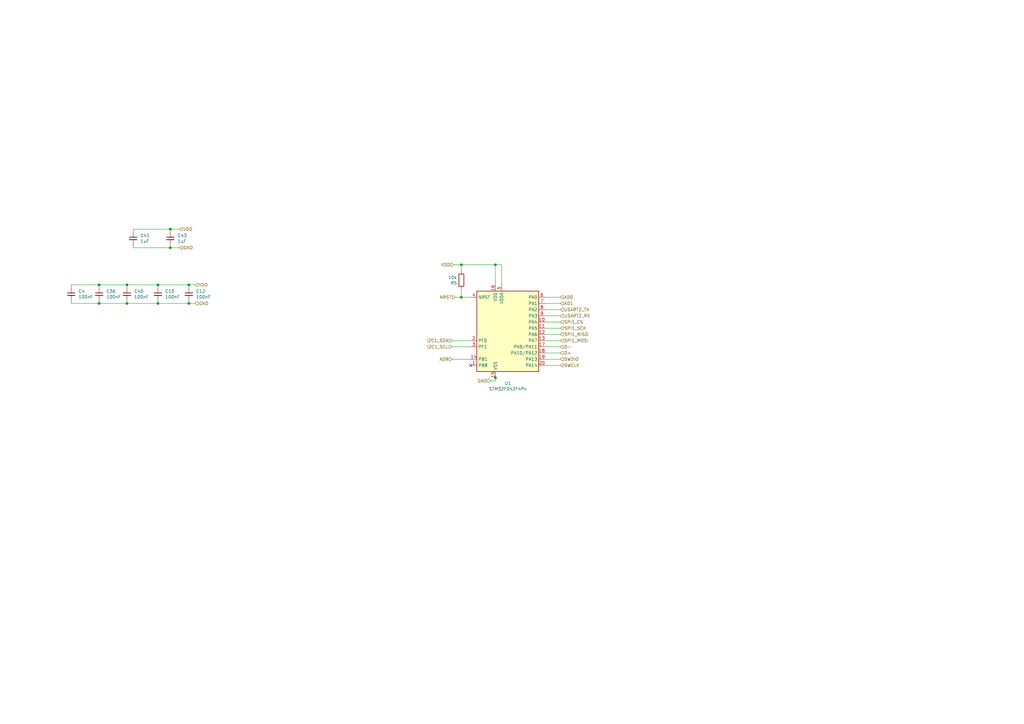
<source format=kicad_sch>
(kicad_sch (version 20211123) (generator eeschema)

  (uuid 35a9f71f-ba35-47f6-814e-4106ac36c51e)

  (paper "A3")

  (lib_symbols
    (symbol "Device:C_Small" (pin_numbers hide) (pin_names (offset 0.254) hide) (in_bom yes) (on_board yes)
      (property "Reference" "C" (id 0) (at 0.254 1.778 0)
        (effects (font (size 1.27 1.27)) (justify left))
      )
      (property "Value" "C_Small" (id 1) (at 0.254 -2.032 0)
        (effects (font (size 1.27 1.27)) (justify left))
      )
      (property "Footprint" "" (id 2) (at 0 0 0)
        (effects (font (size 1.27 1.27)) hide)
      )
      (property "Datasheet" "~" (id 3) (at 0 0 0)
        (effects (font (size 1.27 1.27)) hide)
      )
      (property "ki_keywords" "capacitor cap" (id 4) (at 0 0 0)
        (effects (font (size 1.27 1.27)) hide)
      )
      (property "ki_description" "Unpolarized capacitor, small symbol" (id 5) (at 0 0 0)
        (effects (font (size 1.27 1.27)) hide)
      )
      (property "ki_fp_filters" "C_*" (id 6) (at 0 0 0)
        (effects (font (size 1.27 1.27)) hide)
      )
      (symbol "C_Small_0_1"
        (polyline
          (pts
            (xy -1.524 -0.508)
            (xy 1.524 -0.508)
          )
          (stroke (width 0.3302) (type default) (color 0 0 0 0))
          (fill (type none))
        )
        (polyline
          (pts
            (xy -1.524 0.508)
            (xy 1.524 0.508)
          )
          (stroke (width 0.3048) (type default) (color 0 0 0 0))
          (fill (type none))
        )
      )
      (symbol "C_Small_1_1"
        (pin passive line (at 0 2.54 270) (length 2.032)
          (name "~" (effects (font (size 1.27 1.27))))
          (number "1" (effects (font (size 1.27 1.27))))
        )
        (pin passive line (at 0 -2.54 90) (length 2.032)
          (name "~" (effects (font (size 1.27 1.27))))
          (number "2" (effects (font (size 1.27 1.27))))
        )
      )
    )
    (symbol "Device:R" (pin_numbers hide) (pin_names (offset 0)) (in_bom yes) (on_board yes)
      (property "Reference" "R" (id 0) (at 2.032 0 90)
        (effects (font (size 1.27 1.27)))
      )
      (property "Value" "R" (id 1) (at 0 0 90)
        (effects (font (size 1.27 1.27)))
      )
      (property "Footprint" "" (id 2) (at -1.778 0 90)
        (effects (font (size 1.27 1.27)) hide)
      )
      (property "Datasheet" "~" (id 3) (at 0 0 0)
        (effects (font (size 1.27 1.27)) hide)
      )
      (property "ki_keywords" "R res resistor" (id 4) (at 0 0 0)
        (effects (font (size 1.27 1.27)) hide)
      )
      (property "ki_description" "Resistor" (id 5) (at 0 0 0)
        (effects (font (size 1.27 1.27)) hide)
      )
      (property "ki_fp_filters" "R_*" (id 6) (at 0 0 0)
        (effects (font (size 1.27 1.27)) hide)
      )
      (symbol "R_0_1"
        (rectangle (start -1.016 -2.54) (end 1.016 2.54)
          (stroke (width 0.254) (type default) (color 0 0 0 0))
          (fill (type none))
        )
      )
      (symbol "R_1_1"
        (pin passive line (at 0 3.81 270) (length 1.27)
          (name "~" (effects (font (size 1.27 1.27))))
          (number "1" (effects (font (size 1.27 1.27))))
        )
        (pin passive line (at 0 -3.81 90) (length 1.27)
          (name "~" (effects (font (size 1.27 1.27))))
          (number "2" (effects (font (size 1.27 1.27))))
        )
      )
    )
    (symbol "MCU_ST_STM32F0:STM32F042F4Px" (in_bom yes) (on_board yes)
      (property "Reference" "U" (id 0) (at -12.7 16.51 0)
        (effects (font (size 1.27 1.27)) (justify left))
      )
      (property "Value" "STM32F042F4Px" (id 1) (at 0 16.51 0)
        (effects (font (size 1.27 1.27)) (justify left))
      )
      (property "Footprint" "Package_SO:TSSOP-20_4.4x6.5mm_P0.65mm" (id 2) (at -12.7 -17.78 0)
        (effects (font (size 1.27 1.27)) (justify right) hide)
      )
      (property "Datasheet" "http://www.st.com/st-web-ui/static/active/en/resource/technical/document/datasheet/DM00105814.pdf" (id 3) (at 0 0 0)
        (effects (font (size 1.27 1.27)) hide)
      )
      (property "ki_keywords" "ARM Cortex-M0 STM32F0 STM32F0x2" (id 4) (at 0 0 0)
        (effects (font (size 1.27 1.27)) hide)
      )
      (property "ki_description" "ARM Cortex-M0 MCU, 16KB flash, 6KB RAM, 48MHz, 2-3.6V, 16 GPIO, TSSOP-20" (id 5) (at 0 0 0)
        (effects (font (size 1.27 1.27)) hide)
      )
      (property "ki_fp_filters" "TSSOP*4.4x6.5mm*P0.65mm*" (id 6) (at 0 0 0)
        (effects (font (size 1.27 1.27)) hide)
      )
      (symbol "STM32F042F4Px_0_1"
        (rectangle (start -12.7 -17.78) (end 12.7 15.24)
          (stroke (width 0.254) (type default) (color 0 0 0 0))
          (fill (type background))
        )
      )
      (symbol "STM32F042F4Px_1_1"
        (pin bidirectional line (at -15.24 -15.24 0) (length 2.54)
          (name "PB8" (effects (font (size 1.27 1.27))))
          (number "1" (effects (font (size 1.27 1.27))))
        )
        (pin bidirectional line (at 15.24 2.54 180) (length 2.54)
          (name "PA4" (effects (font (size 1.27 1.27))))
          (number "10" (effects (font (size 1.27 1.27))))
        )
        (pin bidirectional line (at 15.24 0 180) (length 2.54)
          (name "PA5" (effects (font (size 1.27 1.27))))
          (number "11" (effects (font (size 1.27 1.27))))
        )
        (pin bidirectional line (at 15.24 -2.54 180) (length 2.54)
          (name "PA6" (effects (font (size 1.27 1.27))))
          (number "12" (effects (font (size 1.27 1.27))))
        )
        (pin bidirectional line (at 15.24 -5.08 180) (length 2.54)
          (name "PA7" (effects (font (size 1.27 1.27))))
          (number "13" (effects (font (size 1.27 1.27))))
        )
        (pin bidirectional line (at -15.24 -12.7 0) (length 2.54)
          (name "PB1" (effects (font (size 1.27 1.27))))
          (number "14" (effects (font (size 1.27 1.27))))
        )
        (pin power_in line (at -5.08 -20.32 90) (length 2.54)
          (name "VSS" (effects (font (size 1.27 1.27))))
          (number "15" (effects (font (size 1.27 1.27))))
        )
        (pin power_in line (at -5.08 17.78 270) (length 2.54)
          (name "VDD" (effects (font (size 1.27 1.27))))
          (number "16" (effects (font (size 1.27 1.27))))
        )
        (pin bidirectional line (at 15.24 -7.62 180) (length 2.54)
          (name "PA9/PA11" (effects (font (size 1.27 1.27))))
          (number "17" (effects (font (size 1.27 1.27))))
        )
        (pin bidirectional line (at 15.24 -10.16 180) (length 2.54)
          (name "PA10/PA12" (effects (font (size 1.27 1.27))))
          (number "18" (effects (font (size 1.27 1.27))))
        )
        (pin bidirectional line (at 15.24 -12.7 180) (length 2.54)
          (name "PA13" (effects (font (size 1.27 1.27))))
          (number "19" (effects (font (size 1.27 1.27))))
        )
        (pin input line (at -15.24 -5.08 0) (length 2.54)
          (name "PF0" (effects (font (size 1.27 1.27))))
          (number "2" (effects (font (size 1.27 1.27))))
        )
        (pin bidirectional line (at 15.24 -15.24 180) (length 2.54)
          (name "PA14" (effects (font (size 1.27 1.27))))
          (number "20" (effects (font (size 1.27 1.27))))
        )
        (pin input line (at -15.24 -7.62 0) (length 2.54)
          (name "PF1" (effects (font (size 1.27 1.27))))
          (number "3" (effects (font (size 1.27 1.27))))
        )
        (pin input line (at -15.24 12.7 0) (length 2.54)
          (name "NRST" (effects (font (size 1.27 1.27))))
          (number "4" (effects (font (size 1.27 1.27))))
        )
        (pin power_in line (at -2.54 17.78 270) (length 2.54)
          (name "VDDA" (effects (font (size 1.27 1.27))))
          (number "5" (effects (font (size 1.27 1.27))))
        )
        (pin bidirectional line (at 15.24 12.7 180) (length 2.54)
          (name "PA0" (effects (font (size 1.27 1.27))))
          (number "6" (effects (font (size 1.27 1.27))))
        )
        (pin bidirectional line (at 15.24 10.16 180) (length 2.54)
          (name "PA1" (effects (font (size 1.27 1.27))))
          (number "7" (effects (font (size 1.27 1.27))))
        )
        (pin bidirectional line (at 15.24 7.62 180) (length 2.54)
          (name "PA2" (effects (font (size 1.27 1.27))))
          (number "8" (effects (font (size 1.27 1.27))))
        )
        (pin bidirectional line (at 15.24 5.08 180) (length 2.54)
          (name "PA3" (effects (font (size 1.27 1.27))))
          (number "9" (effects (font (size 1.27 1.27))))
        )
      )
    )
  )

  (junction (at 69.85 93.98) (diameter 0) (color 0 0 0 0)
    (uuid 065b9982-55f2-4822-977e-07e8a06e7b35)
  )
  (junction (at 52.07 124.46) (diameter 0) (color 0 0 0 0)
    (uuid 071522c0-d0ed-49b9-906e-6295f67fb0dc)
  )
  (junction (at 203.2 108.585) (diameter 0) (color 0 0 0 0)
    (uuid 109caac1-5036-4f23-9a66-f569d871501b)
  )
  (junction (at 69.85 101.6) (diameter 0) (color 0 0 0 0)
    (uuid 25e5aa8e-2696-44a3-8d3c-c2c53f2923cf)
  )
  (junction (at 189.23 121.92) (diameter 0) (color 0 0 0 0)
    (uuid 2a6d4099-8dee-461e-9466-d068645ce484)
  )
  (junction (at 64.77 116.84) (diameter 0) (color 0 0 0 0)
    (uuid 2d697cf0-e02e-4ed1-a048-a704dab0ee43)
  )
  (junction (at 77.47 116.84) (diameter 0) (color 0 0 0 0)
    (uuid 37f31dec-63fc-4634-a141-5dc5d2b60fe4)
  )
  (junction (at 40.64 116.84) (diameter 0) (color 0 0 0 0)
    (uuid 5487601b-81d3-4c70-8f3d-cf9df9c63302)
  )
  (junction (at 52.07 116.84) (diameter 0) (color 0 0 0 0)
    (uuid 592f25e6-a01b-47fd-8172-3da01117d00a)
  )
  (junction (at 189.23 108.585) (diameter 0) (color 0 0 0 0)
    (uuid 7c04618d-9115-4179-b234-a8faf854ea92)
  )
  (junction (at 64.77 124.46) (diameter 0) (color 0 0 0 0)
    (uuid 9cbf35b8-f4d3-42a3-bb16-04ffd03fd8fd)
  )
  (junction (at 40.64 124.46) (diameter 0) (color 0 0 0 0)
    (uuid d39d813e-3e64-490c-ba5c-a64bb5ad6bd0)
  )
  (junction (at 203.2 154.94) (diameter 0) (color 0 0 0 0)
    (uuid f17ecaa0-fcab-43db-a6f5-c34d0a2865df)
  )
  (junction (at 77.47 124.46) (diameter 0) (color 0 0 0 0)
    (uuid f449bd37-cc90-4487-aee6-2a20b8d2843a)
  )

  (no_connect (at 193.04 149.86) (uuid f0649c0c-6190-41c9-b5e4-09642329043f))

  (wire (pts (xy 223.52 137.16) (xy 229.87 137.16))
    (stroke (width 0) (type default) (color 0 0 0 0))
    (uuid 03c7f780-fc1b-487a-b30d-567d6c09fdc8)
  )
  (wire (pts (xy 203.2 156.21) (xy 203.2 154.94))
    (stroke (width 0) (type default) (color 0 0 0 0))
    (uuid 0cc45b5b-96b3-4284-9cae-a3a9e324a916)
  )
  (wire (pts (xy 186.055 108.585) (xy 189.23 108.585))
    (stroke (width 0) (type default) (color 0 0 0 0))
    (uuid 0f31f11f-c374-4640-b9a4-07bbdba8d354)
  )
  (wire (pts (xy 205.74 108.585) (xy 205.74 116.84))
    (stroke (width 0) (type default) (color 0 0 0 0))
    (uuid 19b0959e-a79b-43b2-a5ad-525ced7e9131)
  )
  (wire (pts (xy 223.52 144.78) (xy 229.87 144.78))
    (stroke (width 0) (type default) (color 0 0 0 0))
    (uuid 1f8b2c0c-b042-4e2e-80f6-4959a27b238f)
  )
  (wire (pts (xy 40.64 118.11) (xy 40.64 116.84))
    (stroke (width 0) (type default) (color 0 0 0 0))
    (uuid 20cca02e-4c4d-4961-b6b4-b40a1731b220)
  )
  (wire (pts (xy 203.2 154.94) (xy 203.2 154.305))
    (stroke (width 0) (type default) (color 0 0 0 0))
    (uuid 22ccebd0-3494-430a-b573-0990f538d794)
  )
  (wire (pts (xy 64.77 116.84) (xy 77.47 116.84))
    (stroke (width 0) (type default) (color 0 0 0 0))
    (uuid 240c10af-51b5-420e-a6f4-a2c8f5db1db5)
  )
  (wire (pts (xy 52.07 124.46) (xy 64.77 124.46))
    (stroke (width 0) (type default) (color 0 0 0 0))
    (uuid 2846428d-39de-4eae-8ce2-64955d56c493)
  )
  (wire (pts (xy 54.61 93.98) (xy 69.85 93.98))
    (stroke (width 0) (type default) (color 0 0 0 0))
    (uuid 2dc54bac-8640-4dd7-b8ed-3c7acb01a8ea)
  )
  (wire (pts (xy 185.42 139.7) (xy 193.04 139.7))
    (stroke (width 0) (type default) (color 0 0 0 0))
    (uuid 31540a7e-dc9e-4e4d-96b1-dab15efa5f4b)
  )
  (wire (pts (xy 77.47 118.11) (xy 77.47 116.84))
    (stroke (width 0) (type default) (color 0 0 0 0))
    (uuid 40b14a16-fb82-4b9d-89dd-55cd98abb5cc)
  )
  (wire (pts (xy 223.52 124.46) (xy 229.87 124.46))
    (stroke (width 0) (type default) (color 0 0 0 0))
    (uuid 4107d40a-e5df-4255-aacc-13f9928e090c)
  )
  (wire (pts (xy 185.42 147.32) (xy 193.04 147.32))
    (stroke (width 0) (type default) (color 0 0 0 0))
    (uuid 4a850cb6-bb24-4274-a902-e49f34f0a0e3)
  )
  (wire (pts (xy 52.07 123.19) (xy 52.07 124.46))
    (stroke (width 0) (type default) (color 0 0 0 0))
    (uuid 4e315e69-0417-463a-8b7f-469a08d1496e)
  )
  (wire (pts (xy 64.77 123.19) (xy 64.77 124.46))
    (stroke (width 0) (type default) (color 0 0 0 0))
    (uuid 4fa10683-33cd-4dcd-8acc-2415cd63c62a)
  )
  (wire (pts (xy 52.07 118.11) (xy 52.07 116.84))
    (stroke (width 0) (type default) (color 0 0 0 0))
    (uuid 503dbd88-3e6b-48cc-a2ea-a6e28b52a1f7)
  )
  (wire (pts (xy 29.21 116.84) (xy 40.64 116.84))
    (stroke (width 0) (type default) (color 0 0 0 0))
    (uuid 597a11f2-5d2c-4a65-ac95-38ad106e1367)
  )
  (wire (pts (xy 40.64 123.19) (xy 40.64 124.46))
    (stroke (width 0) (type default) (color 0 0 0 0))
    (uuid 59ec3156-036e-4049-89db-91a9dd07095f)
  )
  (wire (pts (xy 189.23 121.92) (xy 193.04 121.92))
    (stroke (width 0) (type default) (color 0 0 0 0))
    (uuid 5fc9acb6-6dbb-4598-825b-4b9e7c4c67c4)
  )
  (wire (pts (xy 54.61 100.33) (xy 54.61 101.6))
    (stroke (width 0) (type default) (color 0 0 0 0))
    (uuid 609b9e1b-4e3b-42b7-ac76-a62ec4d0e7c7)
  )
  (wire (pts (xy 77.47 124.46) (xy 77.47 123.19))
    (stroke (width 0) (type default) (color 0 0 0 0))
    (uuid 658dad07-97fd-466c-8b49-21892ac96ea4)
  )
  (wire (pts (xy 40.64 124.46) (xy 52.07 124.46))
    (stroke (width 0) (type default) (color 0 0 0 0))
    (uuid 6a2b20ae-096c-4d9f-92f8-2087c865914f)
  )
  (wire (pts (xy 69.85 100.33) (xy 69.85 101.6))
    (stroke (width 0) (type default) (color 0 0 0 0))
    (uuid 6bf05d19-ba3e-4ba6-8a6f-4e0bc45ea3b2)
  )
  (wire (pts (xy 223.52 147.32) (xy 229.87 147.32))
    (stroke (width 0) (type default) (color 0 0 0 0))
    (uuid 79e31048-072a-4a40-a625-26bb0b5f046b)
  )
  (wire (pts (xy 54.61 95.25) (xy 54.61 93.98))
    (stroke (width 0) (type default) (color 0 0 0 0))
    (uuid 7afa54c4-2181-41d3-81f7-39efc497ecae)
  )
  (wire (pts (xy 223.52 127) (xy 229.87 127))
    (stroke (width 0) (type default) (color 0 0 0 0))
    (uuid 8195a7cf-4576-44dd-9e0e-ee048fdb93dd)
  )
  (wire (pts (xy 80.01 116.84) (xy 77.47 116.84))
    (stroke (width 0) (type default) (color 0 0 0 0))
    (uuid 88668202-3f0b-4d07-84d4-dcd790f57272)
  )
  (wire (pts (xy 64.77 124.46) (xy 77.47 124.46))
    (stroke (width 0) (type default) (color 0 0 0 0))
    (uuid 8bc2c25a-a1f1-4ce8-b96a-a4f8f4c35079)
  )
  (wire (pts (xy 185.42 142.24) (xy 193.04 142.24))
    (stroke (width 0) (type default) (color 0 0 0 0))
    (uuid 8c1605f9-6c91-4701-96bf-e753661d5e23)
  )
  (wire (pts (xy 29.21 123.19) (xy 29.21 124.46))
    (stroke (width 0) (type default) (color 0 0 0 0))
    (uuid 926001fd-2747-4639-8c0f-4fc46ff7218d)
  )
  (wire (pts (xy 189.23 108.585) (xy 189.23 111.125))
    (stroke (width 0) (type default) (color 0 0 0 0))
    (uuid 998b7fa5-31a5-472e-9572-49d5226d6098)
  )
  (wire (pts (xy 69.85 101.6) (xy 73.66 101.6))
    (stroke (width 0) (type default) (color 0 0 0 0))
    (uuid a24ddb4f-c217-42ca-b6cb-d12da84fb2b9)
  )
  (wire (pts (xy 40.64 116.84) (xy 52.07 116.84))
    (stroke (width 0) (type default) (color 0 0 0 0))
    (uuid a29f8df0-3fae-4edf-8d9c-bd5a875b13e3)
  )
  (wire (pts (xy 189.23 118.745) (xy 189.23 121.92))
    (stroke (width 0) (type default) (color 0 0 0 0))
    (uuid a53767ed-bb28-4f90-abe0-e0ea734812a4)
  )
  (wire (pts (xy 69.85 95.25) (xy 69.85 93.98))
    (stroke (width 0) (type default) (color 0 0 0 0))
    (uuid a6ccc556-da88-4006-ae1a-cc35733efef3)
  )
  (wire (pts (xy 54.61 101.6) (xy 69.85 101.6))
    (stroke (width 0) (type default) (color 0 0 0 0))
    (uuid b7867831-ef82-4f33-a926-59e5c1c09b91)
  )
  (wire (pts (xy 223.52 134.62) (xy 229.87 134.62))
    (stroke (width 0) (type default) (color 0 0 0 0))
    (uuid b873bc5d-a9af-4bd9-afcb-87ce4d417120)
  )
  (wire (pts (xy 223.52 121.92) (xy 229.87 121.92))
    (stroke (width 0) (type default) (color 0 0 0 0))
    (uuid b9bb0e73-161a-4d06-b6eb-a9f66d8a95f5)
  )
  (wire (pts (xy 223.52 139.7) (xy 229.87 139.7))
    (stroke (width 0) (type default) (color 0 0 0 0))
    (uuid c04386e0-b49e-4fff-b380-675af13a62cb)
  )
  (wire (pts (xy 64.77 118.11) (xy 64.77 116.84))
    (stroke (width 0) (type default) (color 0 0 0 0))
    (uuid c09938fd-06b9-4771-9f63-2311626243b3)
  )
  (wire (pts (xy 29.21 124.46) (xy 40.64 124.46))
    (stroke (width 0) (type default) (color 0 0 0 0))
    (uuid c106154f-d948-43e5-abfa-e1b96055d91b)
  )
  (wire (pts (xy 186.69 121.92) (xy 189.23 121.92))
    (stroke (width 0) (type default) (color 0 0 0 0))
    (uuid c2b09fd9-6304-4345-8baa-00bd2d3727ed)
  )
  (wire (pts (xy 223.52 149.86) (xy 229.87 149.86))
    (stroke (width 0) (type default) (color 0 0 0 0))
    (uuid c76d4423-ef1b-4a6f-8176-33d65f2877bb)
  )
  (wire (pts (xy 52.07 116.84) (xy 64.77 116.84))
    (stroke (width 0) (type default) (color 0 0 0 0))
    (uuid cb614b23-9af3-4aec-bed8-c1374e001510)
  )
  (wire (pts (xy 69.85 93.98) (xy 73.66 93.98))
    (stroke (width 0) (type default) (color 0 0 0 0))
    (uuid dc2801a1-d539-4721-b31f-fe196b9f13df)
  )
  (wire (pts (xy 223.52 129.54) (xy 229.87 129.54))
    (stroke (width 0) (type default) (color 0 0 0 0))
    (uuid e0f06b5c-de63-4833-a591-ca9e19217a35)
  )
  (wire (pts (xy 29.21 118.11) (xy 29.21 116.84))
    (stroke (width 0) (type default) (color 0 0 0 0))
    (uuid e3fc1e69-a11c-4c84-8952-fefb9372474e)
  )
  (wire (pts (xy 189.23 108.585) (xy 203.2 108.585))
    (stroke (width 0) (type default) (color 0 0 0 0))
    (uuid e4d2f565-25a0-48c6-be59-f4bf31ad2558)
  )
  (wire (pts (xy 203.2 108.585) (xy 203.2 116.84))
    (stroke (width 0) (type default) (color 0 0 0 0))
    (uuid e502d1d5-04b0-4d4b-b5c3-8c52d09668e7)
  )
  (wire (pts (xy 223.52 142.24) (xy 229.87 142.24))
    (stroke (width 0) (type default) (color 0 0 0 0))
    (uuid e5203297-b913-4288-a576-12a92185cb52)
  )
  (wire (pts (xy 203.2 108.585) (xy 205.74 108.585))
    (stroke (width 0) (type default) (color 0 0 0 0))
    (uuid e67b9f8c-019b-4145-98a4-96545f6bb128)
  )
  (wire (pts (xy 80.01 124.46) (xy 77.47 124.46))
    (stroke (width 0) (type default) (color 0 0 0 0))
    (uuid eee16674-2d21-45b6-ab5e-d669125df26c)
  )
  (wire (pts (xy 201.295 156.21) (xy 203.2 156.21))
    (stroke (width 0) (type default) (color 0 0 0 0))
    (uuid f6c644f4-3036-41a6-9e14-2c08c079c6cd)
  )
  (wire (pts (xy 223.52 132.08) (xy 229.87 132.08))
    (stroke (width 0) (type default) (color 0 0 0 0))
    (uuid f7667b23-296e-4362-a7e3-949632c8954b)
  )

  (hierarchical_label "GND" (shape input) (at 73.66 101.6 0)
    (effects (font (size 1.27 1.27)) (justify left))
    (uuid 009a4fb4-fcc0-4623-ae5d-c1bae3219583)
  )
  (hierarchical_label "USART2_RX" (shape input) (at 229.87 129.54 0)
    (effects (font (size 1.27 1.27)) (justify left))
    (uuid 0ae82096-0994-4fb0-9a2a-d4ac4804abac)
  )
  (hierarchical_label "USART2_TX" (shape input) (at 229.87 127 0)
    (effects (font (size 1.27 1.27)) (justify left))
    (uuid 0fdc6f30-77bc-4e9b-8665-c8aa9acf5bf9)
  )
  (hierarchical_label "VDD" (shape input) (at 186.055 108.585 180)
    (effects (font (size 1.27 1.27)) (justify right))
    (uuid 18b7e157-ae67-48ad-bd7c-9fef6fe45b22)
  )
  (hierarchical_label "SPI1_MOSI" (shape input) (at 229.87 139.7 0)
    (effects (font (size 1.27 1.27)) (justify left))
    (uuid 22999e73-da32-43a5-9163-4b3a41614f25)
  )
  (hierarchical_label "D-" (shape input) (at 229.87 142.24 0)
    (effects (font (size 1.27 1.27)) (justify left))
    (uuid 29e058a7-50a3-43e5-81c3-bfee53da08be)
  )
  (hierarchical_label "NRST" (shape input) (at 186.69 121.92 180)
    (effects (font (size 1.27 1.27)) (justify right))
    (uuid 2e44ebcf-8286-44e0-aeb3-8c42b75de31f)
  )
  (hierarchical_label "D+" (shape input) (at 229.87 144.78 0)
    (effects (font (size 1.27 1.27)) (justify left))
    (uuid 5cf2db29-f7ab-499a-9907-cdeba64bf0f3)
  )
  (hierarchical_label "I2C1_SCL" (shape input) (at 185.42 142.24 180)
    (effects (font (size 1.27 1.27)) (justify right))
    (uuid 5edcefbe-9766-42c8-9529-28d0ec865573)
  )
  (hierarchical_label "AD0" (shape input) (at 229.87 121.92 0)
    (effects (font (size 1.27 1.27)) (justify left))
    (uuid 6b7c1048-12b6-46b2-b762-fa3ad30472dd)
  )
  (hierarchical_label "SPI1_CS" (shape input) (at 229.87 132.08 0)
    (effects (font (size 1.27 1.27)) (justify left))
    (uuid 6e68f0cd-800e-4167-9553-71fc59da1eeb)
  )
  (hierarchical_label "SWCLK" (shape input) (at 229.87 149.86 0)
    (effects (font (size 1.27 1.27)) (justify left))
    (uuid 700e8b73-5976-423f-a3f3-ab3d9f3e9760)
  )
  (hierarchical_label "AD9" (shape input) (at 185.42 147.32 180)
    (effects (font (size 1.27 1.27)) (justify right))
    (uuid 721d1be9-236e-470b-ba69-f1cc6c43faf9)
  )
  (hierarchical_label "SPI1_SCK" (shape input) (at 229.87 134.62 0)
    (effects (font (size 1.27 1.27)) (justify left))
    (uuid 81a15393-727e-448b-a777-b18773023d89)
  )
  (hierarchical_label "VDD" (shape input) (at 73.66 93.98 0)
    (effects (font (size 1.27 1.27)) (justify left))
    (uuid 91c1eb0a-67ae-4ef0-95ce-d060a03a7313)
  )
  (hierarchical_label "SPI1_MISO" (shape input) (at 229.87 137.16 0)
    (effects (font (size 1.27 1.27)) (justify left))
    (uuid a4f86a46-3bc8-4daa-9125-a63f297eb114)
  )
  (hierarchical_label "GND" (shape input) (at 80.01 124.46 0)
    (effects (font (size 1.27 1.27)) (justify left))
    (uuid b1ddb058-f7b2-429c-9489-f4e2242ad7e5)
  )
  (hierarchical_label "SWDIO" (shape input) (at 229.87 147.32 0)
    (effects (font (size 1.27 1.27)) (justify left))
    (uuid b4300db7-1220-431a-b7c3-2edbdf8fa6fc)
  )
  (hierarchical_label "AD1" (shape input) (at 229.87 124.46 0)
    (effects (font (size 1.27 1.27)) (justify left))
    (uuid c1c799a0-3c93-493a-9ad7-8a0561bc69ee)
  )
  (hierarchical_label "VDD" (shape input) (at 80.01 116.84 0)
    (effects (font (size 1.27 1.27)) (justify left))
    (uuid c24d6ac8-802d-4df3-a210-9cb1f693e865)
  )
  (hierarchical_label "I2C1_SDA" (shape input) (at 185.42 139.7 180)
    (effects (font (size 1.27 1.27)) (justify right))
    (uuid ec5c2062-3a41-4636-8803-069e60a1641a)
  )
  (hierarchical_label "GND" (shape input) (at 201.295 156.21 180)
    (effects (font (size 1.27 1.27)) (justify right))
    (uuid f1447ad6-651c-45be-a2d6-33bddf672c2c)
  )

  (symbol (lib_id "Device:C_Small") (at 29.21 120.65 0) (unit 1)
    (in_bom yes) (on_board yes)
    (uuid 00000000-0000-0000-0000-00005d14b9a4)
    (property "Reference" "C4" (id 0) (at 32.131 119.4816 0)
      (effects (font (size 1.27 1.27)) (justify left))
    )
    (property "Value" "100nF" (id 1) (at 32.131 121.793 0)
      (effects (font (size 1.27 1.27)) (justify left))
    )
    (property "Footprint" "Capacitor_SMD:C_0603_1608Metric" (id 2) (at 30.1752 124.46 0)
      (effects (font (size 1.27 1.27)) hide)
    )
    (property "Datasheet" "~" (id 3) (at 29.21 120.65 0)
      (effects (font (size 1.27 1.27)) hide)
    )
    (pin "1" (uuid 1ae34bc2-c1a0-47cf-b74f-fa8d941f7feb))
    (pin "2" (uuid d190cd17-fff3-469c-a37d-b5f27170f9e2))
  )

  (symbol (lib_id "Device:C_Small") (at 64.77 120.65 0) (unit 1)
    (in_bom yes) (on_board yes)
    (uuid 00000000-0000-0000-0000-00005d37fd91)
    (property "Reference" "C10" (id 0) (at 67.691 119.4816 0)
      (effects (font (size 1.27 1.27)) (justify left))
    )
    (property "Value" "100nF" (id 1) (at 67.691 121.793 0)
      (effects (font (size 1.27 1.27)) (justify left))
    )
    (property "Footprint" "Capacitor_SMD:C_0603_1608Metric" (id 2) (at 65.7352 124.46 0)
      (effects (font (size 1.27 1.27)) hide)
    )
    (property "Datasheet" "~" (id 3) (at 64.77 120.65 0)
      (effects (font (size 1.27 1.27)) hide)
    )
    (pin "1" (uuid 79f11e45-fca1-40d3-a139-d08a043d1f07))
    (pin "2" (uuid d6e75042-6468-4efd-a877-777617aa3461))
  )

  (symbol (lib_id "Device:C_Small") (at 77.47 120.65 0) (unit 1)
    (in_bom yes) (on_board yes)
    (uuid 00000000-0000-0000-0000-00005d37fda5)
    (property "Reference" "C12" (id 0) (at 80.391 119.4816 0)
      (effects (font (size 1.27 1.27)) (justify left))
    )
    (property "Value" "100nF" (id 1) (at 80.391 121.793 0)
      (effects (font (size 1.27 1.27)) (justify left))
    )
    (property "Footprint" "Capacitor_SMD:C_0603_1608Metric" (id 2) (at 78.4352 124.46 0)
      (effects (font (size 1.27 1.27)) hide)
    )
    (property "Datasheet" "~" (id 3) (at 77.47 120.65 0)
      (effects (font (size 1.27 1.27)) hide)
    )
    (pin "1" (uuid d6955d83-1493-456c-ad49-8e23731b5a91))
    (pin "2" (uuid 0b11f89f-4ec9-42ac-b53b-ff1e29296c54))
  )

  (symbol (lib_id "Device:R") (at 189.23 114.935 180) (unit 1)
    (in_bom yes) (on_board yes)
    (uuid 00000000-0000-0000-0000-00005d5fe139)
    (property "Reference" "R5" (id 0) (at 187.452 116.1034 0)
      (effects (font (size 1.27 1.27)) (justify left))
    )
    (property "Value" "10k" (id 1) (at 187.452 113.792 0)
      (effects (font (size 1.27 1.27)) (justify left))
    )
    (property "Footprint" "Resistor_SMD:R_0603_1608Metric_Pad1.05x0.95mm_HandSolder" (id 2) (at 191.008 114.935 90)
      (effects (font (size 1.27 1.27)) hide)
    )
    (property "Datasheet" "~" (id 3) (at 189.23 114.935 0)
      (effects (font (size 1.27 1.27)) hide)
    )
    (pin "1" (uuid efaa19f5-44cb-4641-9765-d558654b106a))
    (pin "2" (uuid 5f862758-151d-49e9-afc9-77e21c12ab2f))
  )

  (symbol (lib_id "Device:C_Small") (at 54.61 97.79 0) (unit 1)
    (in_bom yes) (on_board yes)
    (uuid 00000000-0000-0000-0000-00005db2b20e)
    (property "Reference" "C41" (id 0) (at 57.531 96.6216 0)
      (effects (font (size 1.27 1.27)) (justify left))
    )
    (property "Value" "1uF" (id 1) (at 57.531 98.933 0)
      (effects (font (size 1.27 1.27)) (justify left))
    )
    (property "Footprint" "Capacitor_SMD:C_0603_1608Metric" (id 2) (at 55.5752 101.6 0)
      (effects (font (size 1.27 1.27)) hide)
    )
    (property "Datasheet" "~" (id 3) (at 54.61 97.79 0)
      (effects (font (size 1.27 1.27)) hide)
    )
    (pin "1" (uuid e9a72aad-fe63-4737-835b-383fde8e85b5))
    (pin "2" (uuid b4d1a9b4-07e6-48ae-8da4-df2035cf5576))
  )

  (symbol (lib_id "Device:C_Small") (at 69.85 97.79 0) (unit 1)
    (in_bom yes) (on_board yes)
    (uuid 00000000-0000-0000-0000-00005db2b480)
    (property "Reference" "C43" (id 0) (at 72.771 96.6216 0)
      (effects (font (size 1.27 1.27)) (justify left))
    )
    (property "Value" "1uF" (id 1) (at 72.771 98.933 0)
      (effects (font (size 1.27 1.27)) (justify left))
    )
    (property "Footprint" "Capacitor_SMD:C_0603_1608Metric" (id 2) (at 70.8152 101.6 0)
      (effects (font (size 1.27 1.27)) hide)
    )
    (property "Datasheet" "~" (id 3) (at 69.85 97.79 0)
      (effects (font (size 1.27 1.27)) hide)
    )
    (pin "1" (uuid 834fc8b0-8952-4228-85d3-31aa9be133ba))
    (pin "2" (uuid 36c11f2a-30e4-4499-b58a-15f8216fb06e))
  )

  (symbol (lib_id "Device:C_Small") (at 40.64 120.65 0) (unit 1)
    (in_bom yes) (on_board yes)
    (uuid 00000000-0000-0000-0000-00005db47951)
    (property "Reference" "C36" (id 0) (at 43.561 119.4816 0)
      (effects (font (size 1.27 1.27)) (justify left))
    )
    (property "Value" "100nF" (id 1) (at 43.561 121.793 0)
      (effects (font (size 1.27 1.27)) (justify left))
    )
    (property "Footprint" "Capacitor_SMD:C_0603_1608Metric" (id 2) (at 41.6052 124.46 0)
      (effects (font (size 1.27 1.27)) hide)
    )
    (property "Datasheet" "~" (id 3) (at 40.64 120.65 0)
      (effects (font (size 1.27 1.27)) hide)
    )
    (pin "1" (uuid 770ed71c-2685-4a0d-83e2-deb19737add4))
    (pin "2" (uuid 7ddd6969-3662-4f1a-9c48-574d6cb570df))
  )

  (symbol (lib_id "Device:C_Small") (at 52.07 120.65 0) (unit 1)
    (in_bom yes) (on_board yes)
    (uuid 00000000-0000-0000-0000-00005db48100)
    (property "Reference" "C40" (id 0) (at 54.991 119.4816 0)
      (effects (font (size 1.27 1.27)) (justify left))
    )
    (property "Value" "100nF" (id 1) (at 54.991 121.793 0)
      (effects (font (size 1.27 1.27)) (justify left))
    )
    (property "Footprint" "Capacitor_SMD:C_0603_1608Metric" (id 2) (at 53.0352 124.46 0)
      (effects (font (size 1.27 1.27)) hide)
    )
    (property "Datasheet" "~" (id 3) (at 52.07 120.65 0)
      (effects (font (size 1.27 1.27)) hide)
    )
    (pin "1" (uuid 84c4af3e-30fd-4d04-b4bf-a31780a4a310))
    (pin "2" (uuid 4170b0eb-5ccf-450b-84b5-481e5619e4f8))
  )

  (symbol (lib_id "MCU_ST_STM32F0:STM32F042F4Px") (at 208.28 134.62 0) (unit 1)
    (in_bom yes) (on_board yes)
    (uuid 00000000-0000-0000-0000-000060b13610)
    (property "Reference" "U1" (id 0) (at 208.28 157.2006 0))
    (property "Value" "STM32F042F4Px" (id 1) (at 208.28 159.512 0))
    (property "Footprint" "Package_SO:TSSOP-20_4.4x6.5mm_P0.65mm" (id 2) (at 195.58 152.4 0)
      (effects (font (size 1.27 1.27)) (justify right) hide)
    )
    (property "Datasheet" "http://www.st.com/st-web-ui/static/active/en/resource/technical/document/datasheet/DM00105814.pdf" (id 3) (at 208.28 134.62 0)
      (effects (font (size 1.27 1.27)) hide)
    )
    (pin "1" (uuid f8ffca83-a86c-4a58-948c-2ec25998a0e9))
    (pin "10" (uuid e38228b8-f570-4323-92a4-94a583d77fda))
    (pin "11" (uuid 73068916-c147-469a-b1b1-8b965274c413))
    (pin "12" (uuid 7ecc0249-5bc1-4ad9-8b8b-204ae9fbb02d))
    (pin "13" (uuid 65d77c75-d12e-4e80-b1a2-1e0dece58670))
    (pin "14" (uuid e4cfac10-69ea-430e-b0ca-d2f982ec658e))
    (pin "15" (uuid 0b13c4e1-c39b-4b32-b3b1-33d7806edb83))
    (pin "16" (uuid bdc25ae7-a5a2-4a16-b11b-9f5f2e1d70b1))
    (pin "17" (uuid 245e24b8-6f69-4945-919b-befbb4756ac2))
    (pin "18" (uuid 58d93802-f702-40b7-8cde-c973c90469df))
    (pin "19" (uuid 9182484b-068e-4ce4-bc1c-fd9c0d48bc42))
    (pin "2" (uuid 44968d71-f370-4aea-8a05-86e1f11b77c0))
    (pin "20" (uuid 5af25360-2780-44b0-bb33-51b7ffc33c8f))
    (pin "3" (uuid 2a961c79-236b-4c50-8af0-de45bbb3d124))
    (pin "4" (uuid 9498f1ae-3386-4d83-87c2-ea53dadab262))
    (pin "5" (uuid 3ae45cde-2f66-4648-86af-fdbb3e733a45))
    (pin "6" (uuid b3a1c996-2760-4a5d-a32d-31af1edb675a))
    (pin "7" (uuid b8a187dc-08c1-47bd-93e6-f60c68141c13))
    (pin "8" (uuid 060c080c-768b-4202-ba3a-cde632a17c3b))
    (pin "9" (uuid 69016412-1b09-4e89-bc3a-c55feb67e3a2))
  )
)

</source>
